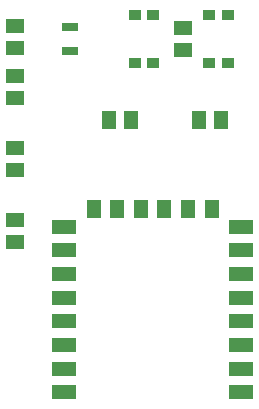
<source format=gbr>
G04 EAGLE Gerber X2 export*
%TF.Part,Single*%
%TF.FileFunction,Paste,Top*%
%TF.FilePolarity,Positive*%
%TF.GenerationSoftware,Autodesk,EAGLE,9.7.0*%
%TF.CreationDate,2022-02-15T16:10:41Z*%
G75*
%MOMM*%
%FSLAX34Y34*%
%LPD*%
%INSolderpaste Top*%
%AMOC8*
5,1,8,0,0,1.08239X$1,22.5*%
G01*
G04 Define Apertures*
%ADD10R,1.000000X0.900000*%
%ADD11R,1.500000X1.300000*%
%ADD12R,1.300000X1.500000*%
%ADD13R,2.000000X1.200000*%
%ADD14R,1.200000X1.500000*%
%ADD15R,1.361800X0.761800*%
D10*
X129160Y434520D03*
X145160Y434520D03*
X145160Y393520D03*
X129160Y393520D03*
X208440Y393520D03*
X192440Y393520D03*
X192440Y434520D03*
X208440Y434520D03*
D11*
X27940Y425300D03*
X27940Y406300D03*
X27940Y382880D03*
X27940Y363880D03*
X27940Y321920D03*
X27940Y302920D03*
D12*
X107340Y345440D03*
X126340Y345440D03*
D11*
X27940Y260960D03*
X27940Y241960D03*
D12*
X183540Y345440D03*
X202540Y345440D03*
D13*
X219380Y255200D03*
X219380Y235200D03*
X219380Y215200D03*
X219380Y195200D03*
X219380Y175200D03*
X219380Y155200D03*
X219380Y135200D03*
X219380Y115200D03*
D14*
X194380Y270200D03*
X174380Y270200D03*
X154380Y270200D03*
X134380Y270200D03*
X114380Y270200D03*
X94380Y270200D03*
D13*
X69380Y255200D03*
X69380Y235200D03*
X69380Y215200D03*
X69380Y195200D03*
X69380Y175200D03*
X69380Y155200D03*
X69380Y135200D03*
X69380Y115200D03*
D15*
X74171Y424270D03*
X74171Y403770D03*
D11*
X170300Y423520D03*
X170300Y404520D03*
M02*

</source>
